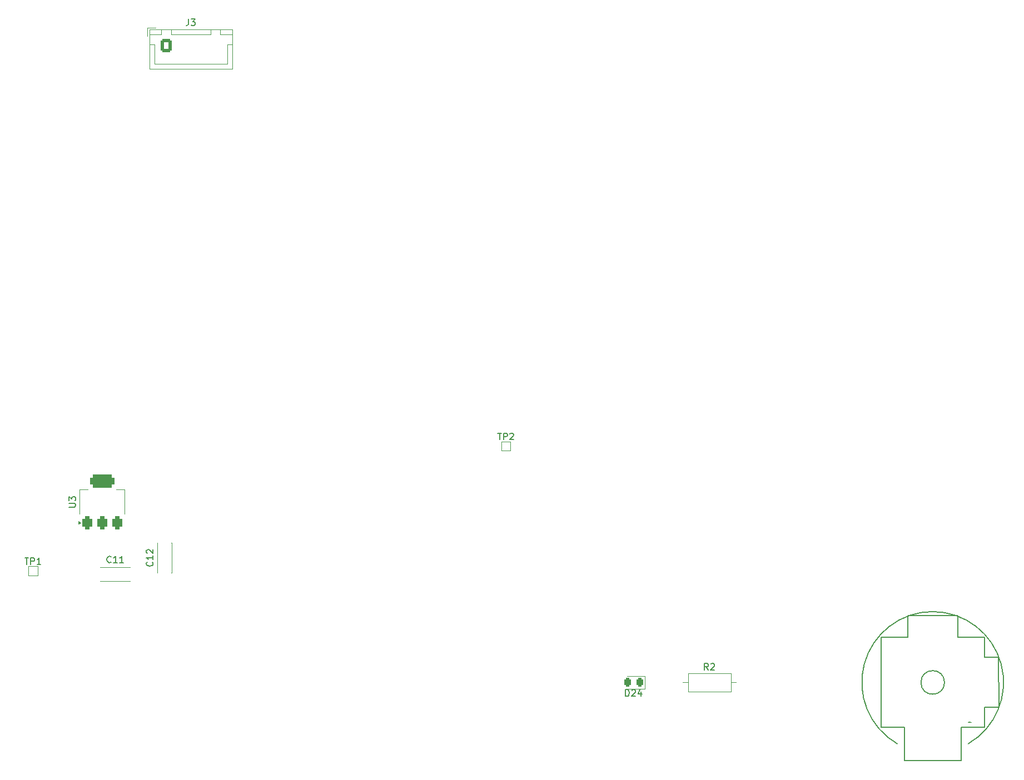
<source format=gto>
%TF.GenerationSoftware,KiCad,Pcbnew,8.0.2*%
%TF.CreationDate,2024-10-11T16:26:55+02:00*%
%TF.ProjectId,duo_board,64756f5f-626f-4617-9264-2e6b69636164,rev?*%
%TF.SameCoordinates,Original*%
%TF.FileFunction,Legend,Top*%
%TF.FilePolarity,Positive*%
%FSLAX46Y46*%
G04 Gerber Fmt 4.6, Leading zero omitted, Abs format (unit mm)*
G04 Created by KiCad (PCBNEW 8.0.2) date 2024-10-11 16:26:55*
%MOMM*%
%LPD*%
G01*
G04 APERTURE LIST*
G04 Aperture macros list*
%AMRoundRect*
0 Rectangle with rounded corners*
0 $1 Rounding radius*
0 $2 $3 $4 $5 $6 $7 $8 $9 X,Y pos of 4 corners*
0 Add a 4 corners polygon primitive as box body*
4,1,4,$2,$3,$4,$5,$6,$7,$8,$9,$2,$3,0*
0 Add four circle primitives for the rounded corners*
1,1,$1+$1,$2,$3*
1,1,$1+$1,$4,$5*
1,1,$1+$1,$6,$7*
1,1,$1+$1,$8,$9*
0 Add four rect primitives between the rounded corners*
20,1,$1+$1,$2,$3,$4,$5,0*
20,1,$1+$1,$4,$5,$6,$7,0*
20,1,$1+$1,$6,$7,$8,$9,0*
20,1,$1+$1,$8,$9,$2,$3,0*%
G04 Aperture macros list end*
%ADD10C,0.150000*%
%ADD11C,0.120000*%
%ADD12C,0.200000*%
%ADD13C,0.127000*%
%ADD14C,1.500000*%
%ADD15C,1.600000*%
%ADD16O,1.600000X1.600000*%
%ADD17R,1.600000X1.600000*%
%ADD18RoundRect,0.375000X0.375000X-0.625000X0.375000X0.625000X-0.375000X0.625000X-0.375000X-0.625000X0*%
%ADD19RoundRect,0.500000X1.400000X-0.500000X1.400000X0.500000X-1.400000X0.500000X-1.400000X-0.500000X0*%
%ADD20C,1.750000*%
%ADD21C,3.987800*%
%ADD22R,1.000000X1.000000*%
%ADD23RoundRect,0.243750X0.243750X0.456250X-0.243750X0.456250X-0.243750X-0.456250X0.243750X-0.456250X0*%
%ADD24RoundRect,0.250000X-0.600000X-0.725000X0.600000X-0.725000X0.600000X0.725000X-0.600000X0.725000X0*%
%ADD25O,1.700000X1.950000*%
%ADD26O,2.352400X1.152400*%
%ADD27O,1.952400X1.152400*%
%ADD28C,1.778000*%
%ADD29C,2.286000*%
G04 APERTURE END LIST*
D10*
X174833333Y-128584819D02*
X174500000Y-128108628D01*
X174261905Y-128584819D02*
X174261905Y-127584819D01*
X174261905Y-127584819D02*
X174642857Y-127584819D01*
X174642857Y-127584819D02*
X174738095Y-127632438D01*
X174738095Y-127632438D02*
X174785714Y-127680057D01*
X174785714Y-127680057D02*
X174833333Y-127775295D01*
X174833333Y-127775295D02*
X174833333Y-127918152D01*
X174833333Y-127918152D02*
X174785714Y-128013390D01*
X174785714Y-128013390D02*
X174738095Y-128061009D01*
X174738095Y-128061009D02*
X174642857Y-128108628D01*
X174642857Y-128108628D02*
X174261905Y-128108628D01*
X175214286Y-127680057D02*
X175261905Y-127632438D01*
X175261905Y-127632438D02*
X175357143Y-127584819D01*
X175357143Y-127584819D02*
X175595238Y-127584819D01*
X175595238Y-127584819D02*
X175690476Y-127632438D01*
X175690476Y-127632438D02*
X175738095Y-127680057D01*
X175738095Y-127680057D02*
X175785714Y-127775295D01*
X175785714Y-127775295D02*
X175785714Y-127870533D01*
X175785714Y-127870533D02*
X175738095Y-128013390D01*
X175738095Y-128013390D02*
X175166667Y-128584819D01*
X175166667Y-128584819D02*
X175785714Y-128584819D01*
X90159580Y-112142857D02*
X90207200Y-112190476D01*
X90207200Y-112190476D02*
X90254819Y-112333333D01*
X90254819Y-112333333D02*
X90254819Y-112428571D01*
X90254819Y-112428571D02*
X90207200Y-112571428D01*
X90207200Y-112571428D02*
X90111961Y-112666666D01*
X90111961Y-112666666D02*
X90016723Y-112714285D01*
X90016723Y-112714285D02*
X89826247Y-112761904D01*
X89826247Y-112761904D02*
X89683390Y-112761904D01*
X89683390Y-112761904D02*
X89492914Y-112714285D01*
X89492914Y-112714285D02*
X89397676Y-112666666D01*
X89397676Y-112666666D02*
X89302438Y-112571428D01*
X89302438Y-112571428D02*
X89254819Y-112428571D01*
X89254819Y-112428571D02*
X89254819Y-112333333D01*
X89254819Y-112333333D02*
X89302438Y-112190476D01*
X89302438Y-112190476D02*
X89350057Y-112142857D01*
X90254819Y-111190476D02*
X90254819Y-111761904D01*
X90254819Y-111476190D02*
X89254819Y-111476190D01*
X89254819Y-111476190D02*
X89397676Y-111571428D01*
X89397676Y-111571428D02*
X89492914Y-111666666D01*
X89492914Y-111666666D02*
X89540533Y-111761904D01*
X89350057Y-110809523D02*
X89302438Y-110761904D01*
X89302438Y-110761904D02*
X89254819Y-110666666D01*
X89254819Y-110666666D02*
X89254819Y-110428571D01*
X89254819Y-110428571D02*
X89302438Y-110333333D01*
X89302438Y-110333333D02*
X89350057Y-110285714D01*
X89350057Y-110285714D02*
X89445295Y-110238095D01*
X89445295Y-110238095D02*
X89540533Y-110238095D01*
X89540533Y-110238095D02*
X89683390Y-110285714D01*
X89683390Y-110285714D02*
X90254819Y-110857142D01*
X90254819Y-110857142D02*
X90254819Y-110238095D01*
X83857142Y-112159580D02*
X83809523Y-112207200D01*
X83809523Y-112207200D02*
X83666666Y-112254819D01*
X83666666Y-112254819D02*
X83571428Y-112254819D01*
X83571428Y-112254819D02*
X83428571Y-112207200D01*
X83428571Y-112207200D02*
X83333333Y-112111961D01*
X83333333Y-112111961D02*
X83285714Y-112016723D01*
X83285714Y-112016723D02*
X83238095Y-111826247D01*
X83238095Y-111826247D02*
X83238095Y-111683390D01*
X83238095Y-111683390D02*
X83285714Y-111492914D01*
X83285714Y-111492914D02*
X83333333Y-111397676D01*
X83333333Y-111397676D02*
X83428571Y-111302438D01*
X83428571Y-111302438D02*
X83571428Y-111254819D01*
X83571428Y-111254819D02*
X83666666Y-111254819D01*
X83666666Y-111254819D02*
X83809523Y-111302438D01*
X83809523Y-111302438D02*
X83857142Y-111350057D01*
X84809523Y-112254819D02*
X84238095Y-112254819D01*
X84523809Y-112254819D02*
X84523809Y-111254819D01*
X84523809Y-111254819D02*
X84428571Y-111397676D01*
X84428571Y-111397676D02*
X84333333Y-111492914D01*
X84333333Y-111492914D02*
X84238095Y-111540533D01*
X85761904Y-112254819D02*
X85190476Y-112254819D01*
X85476190Y-112254819D02*
X85476190Y-111254819D01*
X85476190Y-111254819D02*
X85380952Y-111397676D01*
X85380952Y-111397676D02*
X85285714Y-111492914D01*
X85285714Y-111492914D02*
X85190476Y-111540533D01*
X77454819Y-103761904D02*
X78264342Y-103761904D01*
X78264342Y-103761904D02*
X78359580Y-103714285D01*
X78359580Y-103714285D02*
X78407200Y-103666666D01*
X78407200Y-103666666D02*
X78454819Y-103571428D01*
X78454819Y-103571428D02*
X78454819Y-103380952D01*
X78454819Y-103380952D02*
X78407200Y-103285714D01*
X78407200Y-103285714D02*
X78359580Y-103238095D01*
X78359580Y-103238095D02*
X78264342Y-103190476D01*
X78264342Y-103190476D02*
X77454819Y-103190476D01*
X77454819Y-102809523D02*
X77454819Y-102190476D01*
X77454819Y-102190476D02*
X77835771Y-102523809D01*
X77835771Y-102523809D02*
X77835771Y-102380952D01*
X77835771Y-102380952D02*
X77883390Y-102285714D01*
X77883390Y-102285714D02*
X77931009Y-102238095D01*
X77931009Y-102238095D02*
X78026247Y-102190476D01*
X78026247Y-102190476D02*
X78264342Y-102190476D01*
X78264342Y-102190476D02*
X78359580Y-102238095D01*
X78359580Y-102238095D02*
X78407200Y-102285714D01*
X78407200Y-102285714D02*
X78454819Y-102380952D01*
X78454819Y-102380952D02*
X78454819Y-102666666D01*
X78454819Y-102666666D02*
X78407200Y-102761904D01*
X78407200Y-102761904D02*
X78359580Y-102809523D01*
X70738095Y-111506819D02*
X71309523Y-111506819D01*
X71023809Y-112506819D02*
X71023809Y-111506819D01*
X71642857Y-112506819D02*
X71642857Y-111506819D01*
X71642857Y-111506819D02*
X72023809Y-111506819D01*
X72023809Y-111506819D02*
X72119047Y-111554438D01*
X72119047Y-111554438D02*
X72166666Y-111602057D01*
X72166666Y-111602057D02*
X72214285Y-111697295D01*
X72214285Y-111697295D02*
X72214285Y-111840152D01*
X72214285Y-111840152D02*
X72166666Y-111935390D01*
X72166666Y-111935390D02*
X72119047Y-111983009D01*
X72119047Y-111983009D02*
X72023809Y-112030628D01*
X72023809Y-112030628D02*
X71642857Y-112030628D01*
X73166666Y-112506819D02*
X72595238Y-112506819D01*
X72880952Y-112506819D02*
X72880952Y-111506819D01*
X72880952Y-111506819D02*
X72785714Y-111649676D01*
X72785714Y-111649676D02*
X72690476Y-111744914D01*
X72690476Y-111744914D02*
X72595238Y-111792533D01*
X162223214Y-132604819D02*
X162223214Y-131604819D01*
X162223214Y-131604819D02*
X162461309Y-131604819D01*
X162461309Y-131604819D02*
X162604166Y-131652438D01*
X162604166Y-131652438D02*
X162699404Y-131747676D01*
X162699404Y-131747676D02*
X162747023Y-131842914D01*
X162747023Y-131842914D02*
X162794642Y-132033390D01*
X162794642Y-132033390D02*
X162794642Y-132176247D01*
X162794642Y-132176247D02*
X162747023Y-132366723D01*
X162747023Y-132366723D02*
X162699404Y-132461961D01*
X162699404Y-132461961D02*
X162604166Y-132557200D01*
X162604166Y-132557200D02*
X162461309Y-132604819D01*
X162461309Y-132604819D02*
X162223214Y-132604819D01*
X163175595Y-131700057D02*
X163223214Y-131652438D01*
X163223214Y-131652438D02*
X163318452Y-131604819D01*
X163318452Y-131604819D02*
X163556547Y-131604819D01*
X163556547Y-131604819D02*
X163651785Y-131652438D01*
X163651785Y-131652438D02*
X163699404Y-131700057D01*
X163699404Y-131700057D02*
X163747023Y-131795295D01*
X163747023Y-131795295D02*
X163747023Y-131890533D01*
X163747023Y-131890533D02*
X163699404Y-132033390D01*
X163699404Y-132033390D02*
X163127976Y-132604819D01*
X163127976Y-132604819D02*
X163747023Y-132604819D01*
X164604166Y-131938152D02*
X164604166Y-132604819D01*
X164366071Y-131557200D02*
X164127976Y-132271485D01*
X164127976Y-132271485D02*
X164747023Y-132271485D01*
X95666666Y-29379819D02*
X95666666Y-30094104D01*
X95666666Y-30094104D02*
X95619047Y-30236961D01*
X95619047Y-30236961D02*
X95523809Y-30332200D01*
X95523809Y-30332200D02*
X95380952Y-30379819D01*
X95380952Y-30379819D02*
X95285714Y-30379819D01*
X96047619Y-29379819D02*
X96666666Y-29379819D01*
X96666666Y-29379819D02*
X96333333Y-29760771D01*
X96333333Y-29760771D02*
X96476190Y-29760771D01*
X96476190Y-29760771D02*
X96571428Y-29808390D01*
X96571428Y-29808390D02*
X96619047Y-29856009D01*
X96619047Y-29856009D02*
X96666666Y-29951247D01*
X96666666Y-29951247D02*
X96666666Y-30189342D01*
X96666666Y-30189342D02*
X96619047Y-30284580D01*
X96619047Y-30284580D02*
X96571428Y-30332200D01*
X96571428Y-30332200D02*
X96476190Y-30379819D01*
X96476190Y-30379819D02*
X96190476Y-30379819D01*
X96190476Y-30379819D02*
X96095238Y-30332200D01*
X96095238Y-30332200D02*
X96047619Y-30284580D01*
X142738095Y-92506819D02*
X143309523Y-92506819D01*
X143023809Y-93506819D02*
X143023809Y-92506819D01*
X143642857Y-93506819D02*
X143642857Y-92506819D01*
X143642857Y-92506819D02*
X144023809Y-92506819D01*
X144023809Y-92506819D02*
X144119047Y-92554438D01*
X144119047Y-92554438D02*
X144166666Y-92602057D01*
X144166666Y-92602057D02*
X144214285Y-92697295D01*
X144214285Y-92697295D02*
X144214285Y-92840152D01*
X144214285Y-92840152D02*
X144166666Y-92935390D01*
X144166666Y-92935390D02*
X144119047Y-92983009D01*
X144119047Y-92983009D02*
X144023809Y-93030628D01*
X144023809Y-93030628D02*
X143642857Y-93030628D01*
X144595238Y-92602057D02*
X144642857Y-92554438D01*
X144642857Y-92554438D02*
X144738095Y-92506819D01*
X144738095Y-92506819D02*
X144976190Y-92506819D01*
X144976190Y-92506819D02*
X145071428Y-92554438D01*
X145071428Y-92554438D02*
X145119047Y-92602057D01*
X145119047Y-92602057D02*
X145166666Y-92697295D01*
X145166666Y-92697295D02*
X145166666Y-92792533D01*
X145166666Y-92792533D02*
X145119047Y-92935390D01*
X145119047Y-92935390D02*
X144547619Y-93506819D01*
X144547619Y-93506819D02*
X145166666Y-93506819D01*
D11*
%TO.C,R2*%
X170960000Y-130500000D02*
X171730000Y-130500000D01*
X171730000Y-129130000D02*
X171730000Y-131870000D01*
X171730000Y-131870000D02*
X178270000Y-131870000D01*
X178270000Y-129130000D02*
X171730000Y-129130000D01*
X178270000Y-131870000D02*
X178270000Y-129130000D01*
X179040000Y-130500000D02*
X178270000Y-130500000D01*
%TO.C,C12*%
X90930000Y-113770000D02*
X90945000Y-113770000D01*
X90930000Y-113770000D02*
X90930000Y-109230000D01*
X93055000Y-113770000D02*
X93070000Y-113770000D01*
X93070000Y-113770000D02*
X93070000Y-109230000D01*
X90930000Y-109230000D02*
X90945000Y-109230000D01*
X93055000Y-109230000D02*
X93070000Y-109230000D01*
%TO.C,C11*%
X82230000Y-112930000D02*
X82230000Y-112945000D01*
X82230000Y-112930000D02*
X86770000Y-112930000D01*
X82230000Y-115055000D02*
X82230000Y-115070000D01*
X82230000Y-115070000D02*
X86770000Y-115070000D01*
X86770000Y-112930000D02*
X86770000Y-112945000D01*
X86770000Y-115055000D02*
X86770000Y-115070000D01*
%TO.C,U3*%
X79090000Y-101090000D02*
X80350000Y-101090000D01*
X79090000Y-104850000D02*
X79090000Y-101090000D01*
X85910000Y-101090000D02*
X84650000Y-101090000D01*
X85910000Y-104850000D02*
X85910000Y-101090000D01*
X79190000Y-106130000D02*
X78860000Y-106370000D01*
X78860000Y-105890000D01*
X79190000Y-106130000D01*
G36*
X79190000Y-106130000D02*
G01*
X78860000Y-106370000D01*
X78860000Y-105890000D01*
X79190000Y-106130000D01*
G37*
%TO.C,TP1*%
X71300000Y-112800000D02*
X72700000Y-112800000D01*
X71300000Y-114200000D02*
X71300000Y-112800000D01*
X72700000Y-112800000D02*
X72700000Y-114200000D01*
X72700000Y-114200000D02*
X71300000Y-114200000D01*
%TO.C,D24*%
X165122500Y-131460000D02*
X165122500Y-129540000D01*
X165122500Y-129540000D02*
X162437500Y-129540000D01*
X162437500Y-131460000D02*
X165122500Y-131460000D01*
%TO.C,J3*%
X89400000Y-30725000D02*
X89400000Y-31975000D01*
X89690000Y-31015000D02*
X89690000Y-36985000D01*
X89690000Y-36985000D02*
X102310000Y-36985000D01*
X89700000Y-31025000D02*
X89700000Y-31775000D01*
X89700000Y-31775000D02*
X91500000Y-31775000D01*
X89700000Y-33275000D02*
X90450000Y-33275000D01*
X90450000Y-33275000D02*
X90450000Y-36225000D01*
X90450000Y-36225000D02*
X96000000Y-36225000D01*
X90650000Y-30725000D02*
X89400000Y-30725000D01*
X91500000Y-31025000D02*
X89700000Y-31025000D01*
X91500000Y-31775000D02*
X91500000Y-31025000D01*
X93000000Y-31025000D02*
X93000000Y-31775000D01*
X93000000Y-31775000D02*
X99000000Y-31775000D01*
X99000000Y-31025000D02*
X93000000Y-31025000D01*
X99000000Y-31775000D02*
X99000000Y-31025000D01*
X100500000Y-31025000D02*
X100500000Y-31775000D01*
X100500000Y-31775000D02*
X102300000Y-31775000D01*
X101550000Y-33275000D02*
X101550000Y-36225000D01*
X101550000Y-36225000D02*
X96000000Y-36225000D01*
X102300000Y-31025000D02*
X100500000Y-31025000D01*
X102300000Y-31775000D02*
X102300000Y-31025000D01*
X102300000Y-33275000D02*
X101550000Y-33275000D01*
X102310000Y-31015000D02*
X89690000Y-31015000D01*
X102310000Y-36985000D02*
X102310000Y-31015000D01*
%TO.C,TP2*%
X143300000Y-93800000D02*
X144700000Y-93800000D01*
X144700000Y-93800000D02*
X144700000Y-95200000D01*
X143300000Y-95200000D02*
X143300000Y-93800000D01*
X144700000Y-95200000D02*
X143300000Y-95200000D01*
D12*
%TO.C,U2*%
X201126000Y-123642000D02*
X205190000Y-123642000D01*
X201126000Y-137358000D02*
X201126000Y-123642000D01*
X204682000Y-137358000D02*
X201126000Y-137358000D01*
X204682000Y-142438000D02*
X204682000Y-137358000D01*
X205190000Y-120340000D02*
X212810000Y-120340000D01*
X205190000Y-123642000D02*
X205190000Y-120340000D01*
X212810000Y-120340000D02*
X212810000Y-123642000D01*
X212810000Y-123642000D02*
X216874000Y-123642000D01*
X213318000Y-142438000D02*
X204682000Y-142438000D01*
X213318000Y-142438000D02*
X213318000Y-137358000D01*
D13*
X215035000Y-136554800D02*
X214415000Y-136554800D01*
D12*
X216874000Y-123642000D02*
X216874000Y-126690000D01*
X216874000Y-126690000D02*
X218906000Y-126690000D01*
X216874000Y-134310000D02*
X216874000Y-137358000D01*
X216878000Y-137356034D02*
X213322000Y-137356034D01*
X219033000Y-126690000D02*
X219083800Y-134310000D01*
X219083800Y-134310000D02*
X216874000Y-134310000D01*
X203602500Y-139848749D02*
G75*
G02*
X214397500Y-139848749I5397500J9348744D01*
G01*
X210796034Y-130500000D02*
G75*
G02*
X207203966Y-130500000I-1796034J0D01*
G01*
X207203966Y-130500000D02*
G75*
G02*
X210796034Y-130500000I1796034J0D01*
G01*
%TD*%
%LPC*%
D14*
%TO.C,Y1*%
X133500000Y-106050000D03*
X133500000Y-110930000D03*
%TD*%
D15*
%TO.C,R2*%
X169920000Y-130500000D03*
D16*
X180080000Y-130500000D03*
%TD*%
D15*
%TO.C,R1*%
X65000000Y-77420000D03*
D16*
X65000000Y-87580000D03*
%TD*%
D15*
%TO.C,C12*%
X92000000Y-114000000D03*
X92000000Y-109000000D03*
%TD*%
%TO.C,C11*%
X82000000Y-114000000D03*
X87000000Y-114000000D03*
%TD*%
%TO.C,C10*%
X124500000Y-111750000D03*
X124500000Y-114250000D03*
%TD*%
%TO.C,C9*%
X124500000Y-102750000D03*
X124500000Y-105250000D03*
%TD*%
%TO.C,C8*%
X149500000Y-129500000D03*
X149500000Y-124500000D03*
%TD*%
%TO.C,C7*%
X143500000Y-129000000D03*
X143500000Y-124000000D03*
%TD*%
%TO.C,C6*%
X134500000Y-97500000D03*
X129500000Y-97500000D03*
%TD*%
D17*
%TO.C,C5*%
X97196400Y-103000000D03*
D15*
X94696400Y-103000000D03*
%TD*%
%TO.C,C4*%
X118000000Y-98000000D03*
X123000000Y-98000000D03*
%TD*%
%TO.C,C3*%
X102500000Y-104500000D03*
X102500000Y-99500000D03*
%TD*%
%TO.C,C2*%
X123000000Y-107500000D03*
X128000000Y-107500000D03*
%TD*%
%TO.C,C1*%
X102500000Y-113500000D03*
X102500000Y-108500000D03*
%TD*%
D18*
%TO.C,U3*%
X80200000Y-106150000D03*
X82500000Y-106150000D03*
D19*
X82500000Y-99850000D03*
D18*
X84800000Y-106150000D03*
%TD*%
D20*
%TO.C,MX16*%
X90420000Y-87500000D03*
D21*
X95500000Y-87500000D03*
D20*
X100580000Y-87500000D03*
%TD*%
%TO.C,MX4*%
X129420000Y-42000000D03*
D21*
X134500000Y-42000000D03*
D20*
X139580000Y-42000000D03*
%TD*%
%TO.C,MX18*%
X129420000Y-81000000D03*
D21*
X134500000Y-81000000D03*
D20*
X139580000Y-81000000D03*
%TD*%
%TO.C,MX13*%
X168420000Y-67500000D03*
D21*
X173500000Y-67500000D03*
D20*
X178580000Y-67500000D03*
%TD*%
%TO.C,MX9*%
X90420000Y-68000000D03*
D21*
X95500000Y-68000000D03*
D20*
X100580000Y-68000000D03*
%TD*%
%TO.C,MX6*%
X168420000Y-48000000D03*
D21*
X173500000Y-48000000D03*
D20*
X178580000Y-48000000D03*
%TD*%
%TO.C,MX22*%
X148920000Y-107500000D03*
D21*
X154000000Y-107500000D03*
D20*
X159080000Y-107500000D03*
%TD*%
%TO.C,MX21*%
X187920000Y-95000000D03*
D21*
X193000000Y-95000000D03*
D20*
X198080000Y-95000000D03*
%TD*%
%TO.C,MX3*%
X109920000Y-45500000D03*
D21*
X115000000Y-45500000D03*
D20*
X120080000Y-45500000D03*
%TD*%
D22*
%TO.C,TP1*%
X72000000Y-113500000D03*
%TD*%
D23*
%TO.C,D24*%
X164375000Y-130500000D03*
X162500000Y-130500000D03*
%TD*%
D20*
%TO.C,MX23*%
X175920000Y-115500000D03*
D21*
X181000000Y-115500000D03*
D20*
X186080000Y-115500000D03*
%TD*%
%TO.C,MX17*%
X109920000Y-84500000D03*
D21*
X115000000Y-84500000D03*
D20*
X120080000Y-84500000D03*
%TD*%
%TO.C,MX1*%
X70920000Y-48500000D03*
D21*
X76000000Y-48500000D03*
D20*
X81080000Y-48500000D03*
%TD*%
%TO.C,MX2*%
X90420000Y-48500000D03*
D21*
X95500000Y-48500000D03*
D20*
X100580000Y-48500000D03*
%TD*%
%TO.C,MX20*%
X168420000Y-87000000D03*
D21*
X173500000Y-87000000D03*
D20*
X178580000Y-87000000D03*
%TD*%
%TO.C,MX11*%
X129420000Y-61500000D03*
D21*
X134500000Y-61500000D03*
D20*
X139580000Y-61500000D03*
%TD*%
%TO.C,MX14*%
X187920000Y-75500000D03*
D21*
X193000000Y-75500000D03*
D20*
X198080000Y-75500000D03*
%TD*%
%TO.C,MX7*%
X187920000Y-56000000D03*
D21*
X193000000Y-56000000D03*
D20*
X198080000Y-56000000D03*
%TD*%
D24*
%TO.C,J3*%
X92250000Y-33475000D03*
D25*
X94750000Y-33475000D03*
X97250000Y-33475000D03*
X99750000Y-33475000D03*
%TD*%
D20*
%TO.C,MX5*%
X148920000Y-42000000D03*
D21*
X154000000Y-42000000D03*
D20*
X159080000Y-42000000D03*
%TD*%
%TO.C,MX19*%
X148920000Y-81500000D03*
D21*
X154000000Y-81500000D03*
D20*
X159080000Y-81500000D03*
%TD*%
%TO.C,MX12*%
X148920000Y-61500000D03*
D21*
X154000000Y-61500000D03*
D20*
X159080000Y-61500000D03*
%TD*%
%TO.C,MX10*%
X109920000Y-65000000D03*
D21*
X115000000Y-65000000D03*
D20*
X120080000Y-65000000D03*
%TD*%
%TO.C,MX8*%
X70920000Y-68000000D03*
D21*
X76000000Y-68000000D03*
D20*
X81080000Y-68000000D03*
%TD*%
%TO.C,MX15*%
X70920000Y-87500000D03*
D21*
X76000000Y-87500000D03*
D20*
X81080000Y-87500000D03*
%TD*%
D26*
%TO.C,J2*%
X63850000Y-107820000D03*
X63850000Y-99180000D03*
D27*
X67850000Y-107820000D03*
X67850000Y-99180000D03*
%TD*%
D22*
%TO.C,TP2*%
X144000000Y-94500000D03*
%TD*%
D28*
%TO.C,U2*%
X212175000Y-141314800D03*
X205825000Y-141295000D03*
X212175000Y-136374800D03*
X205815000Y-136354800D03*
X211525000Y-121624800D03*
X208985000Y-121604800D03*
X206445000Y-121624800D03*
D29*
X215350000Y-135564800D03*
X215350000Y-125434800D03*
X202650000Y-125420000D03*
X202650000Y-135580000D03*
D28*
X217890000Y-133040000D03*
X217905000Y-130514800D03*
X217905000Y-127974800D03*
%TD*%
%LPD*%
M02*

</source>
